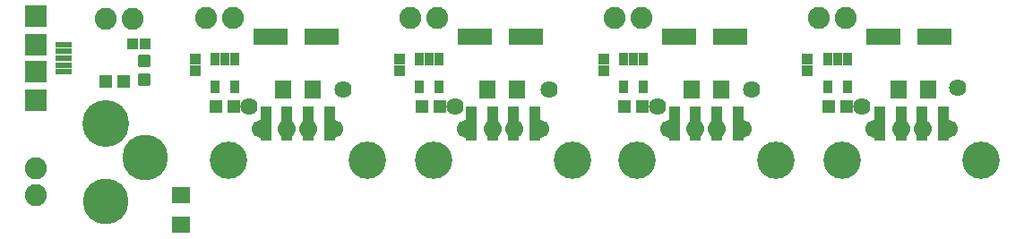
<source format=gts>
G75*
G70*
%OFA0B0*%
%FSLAX24Y24*%
%IPPOS*%
%LPD*%
%AMOC8*
5,1,8,0,0,1.08239X$1,22.5*
%
%ADD10C,0.1390*%
%ADD11R,0.0434X0.1261*%
%ADD12C,0.1740*%
%ADD13C,0.1700*%
%ADD14R,0.0513X0.0474*%
%ADD15R,0.0710X0.0631*%
%ADD16R,0.0352X0.0470*%
%ADD17R,0.0631X0.0218*%
%ADD18R,0.0828X0.0789*%
%ADD19R,0.0828X0.0828*%
%ADD20R,0.0434X0.0415*%
%ADD21R,0.1261X0.0631*%
%ADD22R,0.0631X0.0710*%
%ADD23C,0.0820*%
%ADD24C,0.0142*%
%ADD25R,0.0415X0.0434*%
%ADD26C,0.0640*%
%ADD27C,0.0671*%
D10*
X008715Y004600D03*
X013885Y004600D03*
X016365Y004600D03*
X021535Y004600D03*
X023915Y004600D03*
X029085Y004600D03*
X031565Y004600D03*
X036735Y004600D03*
D11*
X035331Y005958D03*
X034544Y005958D03*
X033756Y005958D03*
X032969Y005958D03*
X027681Y005958D03*
X026894Y005958D03*
X026106Y005958D03*
X025319Y005958D03*
X020131Y005958D03*
X019344Y005958D03*
X018556Y005958D03*
X017769Y005958D03*
X012481Y005958D03*
X011694Y005958D03*
X010906Y005958D03*
X010119Y005958D03*
D12*
X004150Y005964D03*
D13*
X005631Y004713D03*
X004160Y003081D03*
D14*
X008265Y006600D03*
X008935Y006600D03*
X004835Y007550D03*
X004165Y007550D03*
X015915Y006600D03*
X016585Y006600D03*
X023465Y006600D03*
X024135Y006600D03*
X031065Y006600D03*
X031735Y006600D03*
D15*
X006950Y002199D03*
X006950Y003301D03*
D16*
X008226Y007338D03*
X008974Y007338D03*
X008974Y008358D03*
X008600Y008358D03*
X008226Y008358D03*
X015826Y008358D03*
X016200Y008358D03*
X016574Y008358D03*
X016574Y007338D03*
X015826Y007338D03*
X023426Y007338D03*
X024174Y007338D03*
X024174Y008358D03*
X023800Y008358D03*
X023426Y008358D03*
X031026Y008358D03*
X031400Y008358D03*
X031774Y008358D03*
X031774Y007338D03*
X031026Y007338D03*
D17*
X002593Y007888D03*
X002593Y008144D03*
X002593Y008400D03*
X002593Y008656D03*
X002593Y008912D03*
D18*
X001550Y009975D03*
X001550Y006825D03*
D19*
X001550Y007900D03*
X001550Y008900D03*
D20*
X007500Y008378D03*
X007500Y007922D03*
X015100Y007922D03*
X015100Y008378D03*
X022700Y008378D03*
X022700Y007922D03*
X030250Y007922D03*
X030250Y008378D03*
D21*
X027395Y009200D03*
X025505Y009200D03*
X019795Y009200D03*
X017905Y009200D03*
X012195Y009200D03*
X010305Y009200D03*
X033105Y009200D03*
X034995Y009200D03*
D22*
X034751Y007250D03*
X033649Y007250D03*
X027051Y007250D03*
X025949Y007250D03*
X019451Y007250D03*
X018349Y007250D03*
X011851Y007250D03*
X010749Y007250D03*
D23*
X008900Y009900D03*
X007900Y009900D03*
X005170Y009880D03*
X004170Y009880D03*
X015500Y009900D03*
X016500Y009900D03*
X023100Y009900D03*
X024100Y009900D03*
X030700Y009900D03*
X031700Y009900D03*
X001550Y004300D03*
X001550Y003300D03*
D24*
X005434Y007439D02*
X005766Y007439D01*
X005434Y007439D02*
X005434Y007771D01*
X005766Y007771D01*
X005766Y007439D01*
X005766Y007580D02*
X005434Y007580D01*
X005434Y007721D02*
X005766Y007721D01*
X005766Y008129D02*
X005434Y008129D01*
X005434Y008461D01*
X005766Y008461D01*
X005766Y008129D01*
X005766Y008270D02*
X005434Y008270D01*
X005434Y008411D02*
X005766Y008411D01*
D25*
X005628Y008950D03*
X005172Y008950D03*
D26*
X013000Y007250D03*
X009500Y006600D03*
X017150Y006600D03*
X020650Y007250D03*
X024700Y006600D03*
X028200Y007250D03*
X032300Y006600D03*
X035850Y007300D03*
D27*
X035527Y005760D03*
X034550Y005760D03*
X033750Y005760D03*
X032774Y005760D03*
X027874Y005760D03*
X026897Y005760D03*
X026097Y005760D03*
X025120Y005760D03*
X020326Y005760D03*
X019350Y005760D03*
X019350Y005760D03*
X018550Y005760D03*
X018550Y005760D03*
X017573Y005760D03*
X012677Y005760D03*
X011700Y005760D03*
X010900Y005760D03*
X009923Y005760D03*
M02*

</source>
